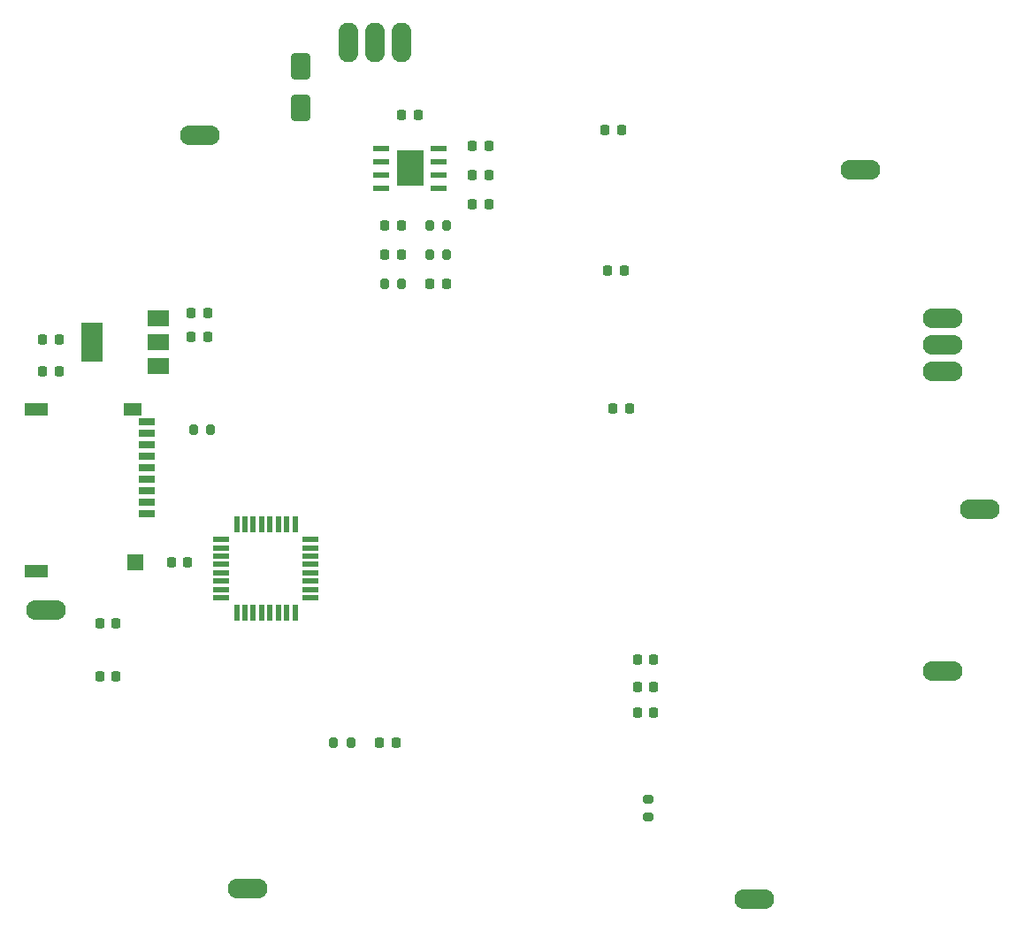
<source format=gtp>
G04 #@! TF.GenerationSoftware,KiCad,Pcbnew,7.0.1*
G04 #@! TF.CreationDate,2024-08-11T16:24:43+02:00*
G04 #@! TF.ProjectId,uTesla,75546573-6c61-42e6-9b69-6361645f7063,rev?*
G04 #@! TF.SameCoordinates,Original*
G04 #@! TF.FileFunction,Paste,Top*
G04 #@! TF.FilePolarity,Positive*
%FSLAX46Y46*%
G04 Gerber Fmt 4.6, Leading zero omitted, Abs format (unit mm)*
G04 Created by KiCad (PCBNEW 7.0.1) date 2024-08-11 16:24:43*
%MOMM*%
%LPD*%
G01*
G04 APERTURE LIST*
G04 Aperture macros list*
%AMRoundRect*
0 Rectangle with rounded corners*
0 $1 Rounding radius*
0 $2 $3 $4 $5 $6 $7 $8 $9 X,Y pos of 4 corners*
0 Add a 4 corners polygon primitive as box body*
4,1,4,$2,$3,$4,$5,$6,$7,$8,$9,$2,$3,0*
0 Add four circle primitives for the rounded corners*
1,1,$1+$1,$2,$3*
1,1,$1+$1,$4,$5*
1,1,$1+$1,$6,$7*
1,1,$1+$1,$8,$9*
0 Add four rect primitives between the rounded corners*
20,1,$1+$1,$2,$3,$4,$5,0*
20,1,$1+$1,$4,$5,$6,$7,0*
20,1,$1+$1,$6,$7,$8,$9,0*
20,1,$1+$1,$8,$9,$2,$3,0*%
G04 Aperture macros list end*
%ADD10RoundRect,0.200000X0.200000X0.275000X-0.200000X0.275000X-0.200000X-0.275000X0.200000X-0.275000X0*%
%ADD11R,1.600000X0.550000*%
%ADD12R,0.550000X1.600000*%
%ADD13RoundRect,0.200000X-0.200000X-0.275000X0.200000X-0.275000X0.200000X0.275000X-0.200000X0.275000X0*%
%ADD14RoundRect,0.225000X0.225000X0.250000X-0.225000X0.250000X-0.225000X-0.250000X0.225000X-0.250000X0*%
%ADD15RoundRect,0.225000X-0.225000X-0.250000X0.225000X-0.250000X0.225000X0.250000X-0.225000X0.250000X0*%
%ADD16R,2.000000X1.500000*%
%ADD17R,2.000000X3.800000*%
%ADD18O,3.810000X1.905000*%
%ADD19O,1.905000X3.810000*%
%ADD20RoundRect,0.250000X0.650000X-1.000000X0.650000X1.000000X-0.650000X1.000000X-0.650000X-1.000000X0*%
%ADD21RoundRect,0.200000X-0.275000X0.200000X-0.275000X-0.200000X0.275000X-0.200000X0.275000X0.200000X0*%
%ADD22R,1.600200X0.609600*%
%ADD23R,1.600200X0.558800*%
%ADD24R,2.616200X3.505200*%
%ADD25R,1.600000X0.700000*%
%ADD26R,1.800000X1.200000*%
%ADD27R,1.500000X1.600000*%
%ADD28R,2.200000X1.200000*%
G04 APERTURE END LIST*
D10*
X111569000Y-83058000D03*
X109919000Y-83058000D03*
D11*
X112590000Y-93593000D03*
X112590000Y-94393000D03*
X112590000Y-95193000D03*
X112590000Y-95993000D03*
X112590000Y-96793000D03*
X112590000Y-97593000D03*
X112590000Y-98393000D03*
X112590000Y-99193000D03*
D12*
X114040000Y-100643000D03*
X114840000Y-100643000D03*
X115640000Y-100643000D03*
X116440000Y-100643000D03*
X117240000Y-100643000D03*
X118040000Y-100643000D03*
X118840000Y-100643000D03*
X119640000Y-100643000D03*
D11*
X121090000Y-99193000D03*
X121090000Y-98393000D03*
X121090000Y-97593000D03*
X121090000Y-96793000D03*
X121090000Y-95993000D03*
X121090000Y-95193000D03*
X121090000Y-94393000D03*
X121090000Y-93593000D03*
D12*
X119640000Y-92143000D03*
X118840000Y-92143000D03*
X118040000Y-92143000D03*
X117240000Y-92143000D03*
X116440000Y-92143000D03*
X115640000Y-92143000D03*
X114840000Y-92143000D03*
X114040000Y-92143000D03*
D13*
X123317000Y-113030000D03*
X124967000Y-113030000D03*
D14*
X153950000Y-107696000D03*
X152400000Y-107696000D03*
D15*
X149580000Y-67818000D03*
X151130000Y-67818000D03*
D14*
X153950000Y-105137304D03*
X152400000Y-105137304D03*
D10*
X134175000Y-63500000D03*
X132525000Y-63500000D03*
D14*
X102516000Y-101600000D03*
X100966000Y-101600000D03*
X129299000Y-113030000D03*
X127749000Y-113030000D03*
D15*
X109715000Y-74168000D03*
X111265000Y-74168000D03*
D16*
X106528000Y-76976000D03*
X106528000Y-74676000D03*
D17*
X100228000Y-74676000D03*
D16*
X106528000Y-72376000D03*
D14*
X153950000Y-110217304D03*
X152400000Y-110217304D03*
D18*
X110490000Y-54864000D03*
D14*
X102516000Y-106680000D03*
X100966000Y-106680000D03*
D13*
X132525000Y-66294000D03*
X134175000Y-66294000D03*
D14*
X129807000Y-66294000D03*
X128257000Y-66294000D03*
D18*
X115062000Y-127000000D03*
D15*
X109715000Y-71882000D03*
X111265000Y-71882000D03*
D19*
X129794000Y-45974000D03*
X127254000Y-45974000D03*
X124714000Y-45974000D03*
D20*
X120142000Y-52292000D03*
X120142000Y-48292000D03*
D18*
X95758000Y-100330000D03*
D15*
X136639000Y-55880000D03*
X138189000Y-55880000D03*
D18*
X163576000Y-128016000D03*
D15*
X136639000Y-61468000D03*
X138189000Y-61468000D03*
D14*
X97041000Y-74422000D03*
X95491000Y-74422000D03*
D15*
X132575000Y-69088000D03*
X134125000Y-69088000D03*
X150101000Y-81026000D03*
X151651000Y-81026000D03*
D18*
X185166000Y-90678000D03*
D15*
X136639000Y-58674000D03*
X138189000Y-58674000D03*
D18*
X173736000Y-58166000D03*
D21*
X153416000Y-118492000D03*
X153416000Y-120142000D03*
D18*
X181610000Y-72390000D03*
X181610000Y-74930000D03*
X181610000Y-77470000D03*
D10*
X129857000Y-69088000D03*
X128207000Y-69088000D03*
D14*
X131407200Y-52959000D03*
X129857200Y-52959000D03*
X97041000Y-77470000D03*
X95491000Y-77470000D03*
D22*
X133350000Y-59944000D03*
X133350000Y-58674000D03*
X133350000Y-57404000D03*
X133350000Y-56134000D03*
D23*
X127914400Y-56134000D03*
X127914400Y-57404000D03*
X127914400Y-58674000D03*
X127914400Y-59944000D03*
D24*
X130632200Y-58039000D03*
D18*
X181610000Y-106172000D03*
D14*
X109360000Y-95758000D03*
X107810000Y-95758000D03*
D15*
X149339000Y-54356000D03*
X150889000Y-54356000D03*
D25*
X105420500Y-91150000D03*
X105420500Y-90050000D03*
X105420500Y-88950000D03*
X105420500Y-87850000D03*
X105420500Y-86750000D03*
X105420500Y-85650000D03*
X105420500Y-84550000D03*
X105420500Y-83450000D03*
X105420500Y-82350000D03*
D26*
X104120500Y-81150000D03*
D27*
X104370500Y-95750000D03*
D28*
X94820500Y-81150000D03*
X94820500Y-96650000D03*
D14*
X129807000Y-63500000D03*
X128257000Y-63500000D03*
M02*

</source>
